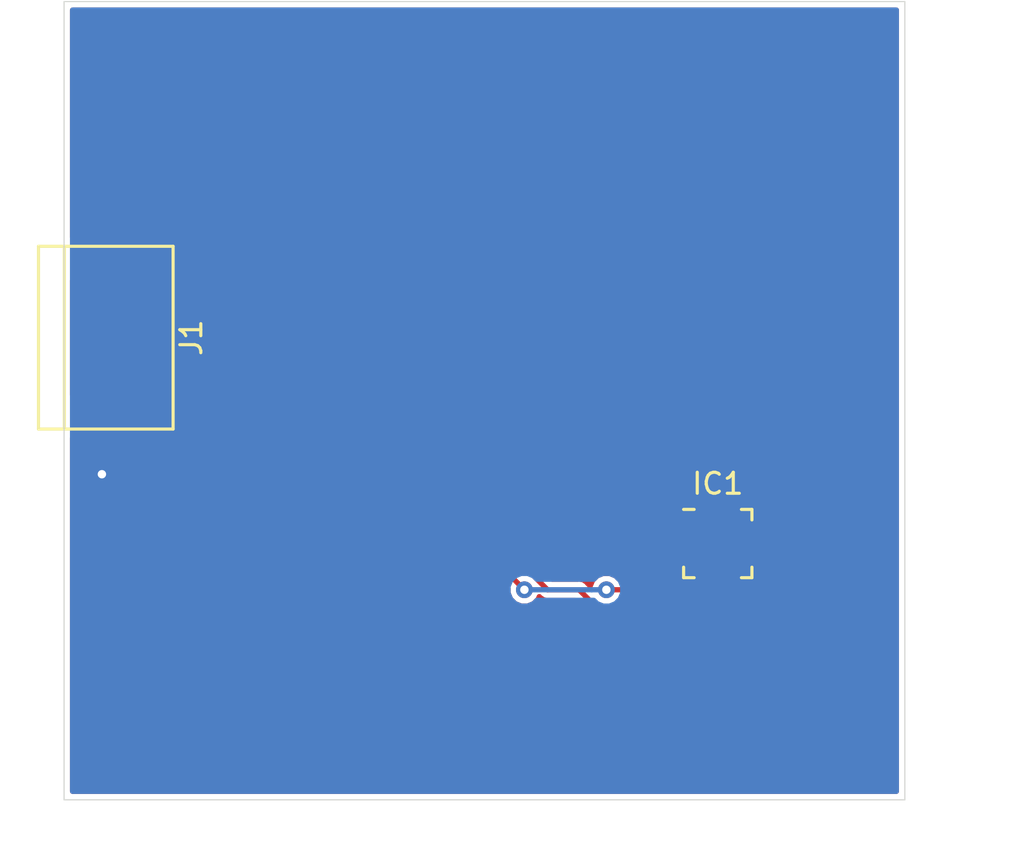
<source format=kicad_pcb>
(kicad_pcb (version 20210722) (generator pcbnew)
  (layers (0 "F.Cu" signal) (31 "B.Cu" signal) (34 "B.Paste" user) (35 "F.Paste" user) (36 "B.SilkS" user "B.Silkscreen") (37 "F.SilkS" user "F.Silkscreen") (38 "B.Mask" user) (39 "F.Mask" user) (44 "Edge.Cuts" user))
  (net 0 "")
  (net 1 "GND")
  (net 2 "+3V3")
  (net 3 "+5V")
  (net 4 "Net-(J1-Pad4)")
  (net 5 "/USB_D+")
  (net 6 "/USB_D-")
  (net 7 "Net-(IC1-Pad16)")
  (net 8 "Net-(IC1-Pad15)")
  (net 9 "Net-(IC1-Pad13)")
  (net 10 "Net-(IC1-Pad11)")
  (net 11 "Net-(IC1-Pad9)")
  (net 12 "Net-(IC1-Pad8)")
  (net 13 "Net-(IC1-Pad7)")
  (net 14 "Net-(IC1-Pad3)")
  (net 15 "Net-(IC1-Pad2)")
  (net 16 "/SDA")
  (net 17 "/SCL")
  (footprint "misc:USB_Micro-B" (layer "F.Cu") (at 119.6 114 -90)
    (fp_text reference "J1" (at 0 -3.45 -90) (layer "F.SilkS"))
    (fp_text value "USB_B_Mini")
    (fp_line (start -4.3509 3.81746) (end -4.3509 -2.58754) (layer "F.SilkS") (width 0.15))
    (fp_line (start 4.3491 -2.58754) (end 4.3491 3.81746) (layer "F.SilkS") (width 0.15))
    (fp_line (start -4.3509 3.81746) (end 4.3491 3.81746) (layer "F.SilkS") (width 0.15))
    (fp_line (start 4.3491 2.58746) (end -4.3509 2.58746) (layer "F.SilkS") (width 0.15))
    (fp_line (start -4.3509 -2.58754) (end 4.3491 -2.58754) (layer "F.SilkS") (width 0.15))
    (pad "1" smd rect locked (at -1.3009 -1.56254) (size 1.35 0.4) (layers "F.Cu" "F.Paste" "F.Mask") (net 3 "+5V"))
    (pad "2" smd rect locked (at -0.6509 -1.56254) (size 1.35 0.4) (layers "F.Cu" "F.Paste" "F.Mask") (net 6 "/USB_D-"))
    (pad "3" smd rect locked (at -0.0009 -1.56254) (size 1.35 0.4) (layers "F.Cu" "F.Paste" "F.Mask") (net 5 "/USB_D+"))
    (pad "4" smd rect locked (at 0.6491 -1.56254) (size 1.35 0.4) (layers "F.Cu" "F.Paste" "F.Mask") (net 4 "Net-(J1-Pad4)") (thermal_gap 0.2))
    (pad "5" smd rect locked (at 1.2991 -1.56254) (size 1.35 0.4) (layers "F.Cu" "F.Paste" "F.Mask") (net 1 "GND") (thermal_gap 0.2))
    (pad "6" smd rect locked (at 3.75 1.15 270) (size 1.524 1.524) (layers "F.Cu" "F.Paste" "F.Mask") (net 1 "GND"))
    (pad "6" smd rect locked (at -3.75 1.15 270) (size 1.524 1.524) (layers "F.Cu" "F.Paste" "F.Mask") (net 1 "GND"))
  )
  (footprint "qfn:QFN-16_3x3mm_Pitch0.5mm" (layer "F.Cu") (at 148.1 123.8)
    (fp_text reference "IC1" (at 0 -2.85) (layer "F.SilkS"))
    (fp_text value "MMA8452Q")
    (fp_line (start -1.625 1.625) (end -1.125 1.625) (layer "F.SilkS") (width 0.15))
    (fp_line (start -1.625 1.625) (end -1.625 1.125) (layer "F.SilkS") (width 0.15))
    (fp_line (start -1.625 -1.625) (end -1.125 -1.625) (layer "F.SilkS") (width 0.15))
    (fp_line (start 1.625 1.625) (end 1.125 1.625) (layer "F.SilkS") (width 0.15))
    (fp_line (start 1.625 -1.625) (end 1.625 -1.125) (layer "F.SilkS") (width 0.15))
    (fp_line (start 1.625 -1.625) (end 1.125 -1.625) (layer "F.SilkS") (width 0.15))
    (fp_line (start 1.625 1.625) (end 1.625 1.125) (layer "F.SilkS") (width 0.15))
    (pad "1" smd oval locked (at -1.375 -1) (size 0.913 0.3) (layers "F.Cu" "F.Paste" "F.Mask") (net 2 "+3V3"))
    (pad "2" smd oval locked (at -1.375 -0.5) (size 0.913 0.3) (layers "F.Cu" "F.Paste" "F.Mask") (net 15 "Net-(IC1-Pad2)"))
    (pad "3" smd oval locked (at -1.375 0) (size 0.913 0.3) (layers "F.Cu" "F.Paste" "F.Mask") (net 14 "Net-(IC1-Pad3)"))
    (pad "4" smd oval locked (at -1.375 0.5) (size 0.913 0.3) (layers "F.Cu" "F.Paste" "F.Mask") (net 17 "/SCL"))
    (pad "5" smd oval locked (at -1.375 1) (size 0.913 0.3) (layers "F.Cu" "F.Paste" "F.Mask") (net 1 "GND"))
    (pad "6" smd oval locked (at -0.5 1.375 90) (size 0.93 0.3) (layers "F.Cu" "F.Paste" "F.Mask") (net 16 "/SDA"))
    (pad "7" smd oval locked (at 0 1.375 90) (size 0.93 0.3) (layers "F.Cu" "F.Paste" "F.Mask") (net 13 "Net-(IC1-Pad7)"))
    (pad "8" smd oval locked (at 0.5 1.375 90) (size 0.93 0.3) (layers "F.Cu" "F.Paste" "F.Mask") (net 12 "Net-(IC1-Pad8)"))
    (pad "9" smd oval locked (at 1.375 1) (size 0.913 0.3) (layers "F.Cu" "F.Paste" "F.Mask") (net 11 "Net-(IC1-Pad9)"))
    (pad "10" smd oval locked (at 1.375 0.5) (size 0.913 0.3) (layers "F.Cu" "F.Paste" "F.Mask") (net 1 "GND"))
    (pad "11" smd oval locked (at 1.375 0) (size 0.913 0.3) (layers "F.Cu" "F.Paste" "F.Mask") (net 10 "Net-(IC1-Pad11)"))
    (pad "12" smd oval locked (at 1.375 -0.5) (size 0.913 0.3) (layers "F.Cu" "F.Paste" "F.Mask") (net 1 "GND"))
    (pad "13" smd oval locked (at 1.375 -1) (size 0.913 0.3) (layers "F.Cu" "F.Paste" "F.Mask") (net 9 "Net-(IC1-Pad13)"))
    (pad "14" smd oval locked (at 0.5 -1.375 90) (size 0.93 0.3) (layers "F.Cu" "F.Paste" "F.Mask") (net 2 "+3V3"))
    (pad "15" smd oval locked (at 0 -1.375 90) (size 0.93 0.3) (layers "F.Cu" "F.Paste" "F.Mask") (net 8 "Net-(IC1-Pad15)"))
    (pad "16" smd oval locked (at -0.5 -1.375 90) (size 0.93 0.3) (layers "F.Cu" "F.Paste" "F.Mask") (net 7 "Net-(IC1-Pad16)"))
  )
  (gr_line (start 157 98) (end 117 98) (layer "Edge.Cuts") (width 0.05))
  (gr_line (start 117 136) (end 157 136) (layer "Edge.Cuts") (width 0.05))
  (gr_line (start 117 98) (end 117 136) (layer "Edge.Cuts") (width 0.05))
  (gr_line (start 157 136) (end 157 98) (layer "Edge.Cuts") (width 0.05))
  (via (at 118.8 120.5) (size 0.8) (drill 0.4) (layers "F.Cu" "B.Cu") (net 1))
  (segment (start 123.8009 112.6991) (end 121.16254 112.6991) (width 0.3) (layer "F.Cu") (net 3))
  (segment (start 122.275041 113.8991) (end 123.9809 113.8991) (width 0.2) (layer "F.Cu") (net 5))
  (segment (start 121.16254 113.9991) (end 122.175041 113.9991) (width 0.2) (layer "F.Cu") (net 5))
  (segment (start 122.175041 113.9991) (end 122.275041 113.8991) (width 0.2) (layer "F.Cu") (net 5))
  (segment (start 121.16254 113.3491) (end 122.175041 113.3491) (width 0.2) (layer "F.Cu") (net 6))
  (segment (start 122.275041 113.4491) (end 124.1673 113.4491) (width 0.2) (layer "F.Cu") (net 6))
  (segment (start 122.175041 113.3491) (end 122.275041 113.4491) (width 0.2) (layer "F.Cu") (net 6))
  (segment (start 144.2 126.9) (end 145 126.1) (width 0.25) (layer "F.Cu") (net 16))
  (segment (start 140 126) (end 141.5 126) (width 0.25) (layer "F.Cu") (net 16))
  (segment (start 142.4 126.9) (end 144.2 126.9) (width 0.25) (layer "F.Cu") (net 16))
  (segment (start 141.5 126) (end 142.4 126.9) (width 0.25) (layer "F.Cu") (net 16))
  (segment (start 139.13 124.43) (end 139.13 125.13) (width 0.25) (layer "F.Cu") (net 16))
  (segment (start 139.13 125.13) (end 140 126) (width 0.25) (layer "F.Cu") (net 16))
  (segment (start 147.4 126.1) (end 145 126.1) (width 0.25) (layer "F.Cu") (net 16))
  (segment (start 147.6 125.175) (end 147.6 125.9) (width 0.25) (layer "F.Cu") (net 16))
  (segment (start 147.6 125.9) (end 147.4 126.1) (width 0.25) (layer "F.Cu") (net 16))
  (segment (start 138.33 125.43) (end 138.9 126) (width 0.25) (layer "F.Cu") (net 17))
  (segment (start 138.33 124.43) (end 138.33 125.43) (width 0.25) (layer "F.Cu") (net 17))
  (segment (start 143.8 126) (end 145.5 124.3) (width 0.25) (layer "F.Cu") (net 17))
  (segment (start 142.8 126) (end 143.8 126) (width 0.25) (layer "F.Cu") (net 17))
  (segment (start 145.5 124.3) (end 146.725 124.3) (width 0.25) (layer "F.Cu") (net 17))
  (via (at 142.8 126) (size 0.8) (drill 0.4) (layers "F.Cu" "B.Cu") (net 17))
  (via (at 138.9 126) (size 0.8) (drill 0.4) (layers "F.Cu" "B.Cu") (net 17))
  (segment (start 142.8 126) (end 142.1 126) (width 0.25) (layer "B.Cu") (net 17))
  (segment (start 142.1 126) (end 138.9 126) (width 0.25) (layer "B.Cu") (net 17))
  (zone (net 1) (net_name "GND") (layer "F.Cu") (connect_pads (clearance 0.254)) (min_thickness 0.254) (fill yes (thermal_gap 0.254) (thermal_bridge_width 0.3))
    (polygon (pts (xy 117 98) (xy 157 98) (xy 157 136) (xy 117 136)))
  )
  (zone (net 1) (net_name "GND") (layer "B.Cu") (connect_pads (clearance 0.254)) (min_thickness 0.254) (fill yes (thermal_gap 0.254) (thermal_bridge_width 0.3))
    (polygon (pts (xy 117 98) (xy 157 98) (xy 157 136) (xy 117 136)))
  )
)
</source>
